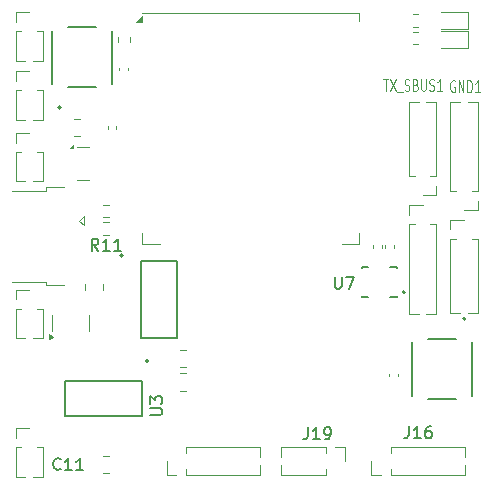
<source format=gbr>
%TF.GenerationSoftware,KiCad,Pcbnew,9.0.3*%
%TF.CreationDate,2025-08-28T21:38:12+08:00*%
%TF.ProjectId,ESP32_Board,45535033-325f-4426-9f61-72642e6b6963,rev?*%
%TF.SameCoordinates,Original*%
%TF.FileFunction,Legend,Top*%
%TF.FilePolarity,Positive*%
%FSLAX46Y46*%
G04 Gerber Fmt 4.6, Leading zero omitted, Abs format (unit mm)*
G04 Created by KiCad (PCBNEW 9.0.3) date 2025-08-28 21:38:12*
%MOMM*%
%LPD*%
G01*
G04 APERTURE LIST*
%ADD10C,0.150000*%
%ADD11C,0.100000*%
%ADD12C,0.127000*%
%ADD13C,0.200000*%
%ADD14C,0.120000*%
%ADD15C,0.203200*%
G04 APERTURE END LIST*
D10*
X100157142Y-87359580D02*
X100109523Y-87407200D01*
X100109523Y-87407200D02*
X99966666Y-87454819D01*
X99966666Y-87454819D02*
X99871428Y-87454819D01*
X99871428Y-87454819D02*
X99728571Y-87407200D01*
X99728571Y-87407200D02*
X99633333Y-87311961D01*
X99633333Y-87311961D02*
X99585714Y-87216723D01*
X99585714Y-87216723D02*
X99538095Y-87026247D01*
X99538095Y-87026247D02*
X99538095Y-86883390D01*
X99538095Y-86883390D02*
X99585714Y-86692914D01*
X99585714Y-86692914D02*
X99633333Y-86597676D01*
X99633333Y-86597676D02*
X99728571Y-86502438D01*
X99728571Y-86502438D02*
X99871428Y-86454819D01*
X99871428Y-86454819D02*
X99966666Y-86454819D01*
X99966666Y-86454819D02*
X100109523Y-86502438D01*
X100109523Y-86502438D02*
X100157142Y-86550057D01*
X101109523Y-87454819D02*
X100538095Y-87454819D01*
X100823809Y-87454819D02*
X100823809Y-86454819D01*
X100823809Y-86454819D02*
X100728571Y-86597676D01*
X100728571Y-86597676D02*
X100633333Y-86692914D01*
X100633333Y-86692914D02*
X100538095Y-86740533D01*
X102061904Y-87454819D02*
X101490476Y-87454819D01*
X101776190Y-87454819D02*
X101776190Y-86454819D01*
X101776190Y-86454819D02*
X101680952Y-86597676D01*
X101680952Y-86597676D02*
X101585714Y-86692914D01*
X101585714Y-86692914D02*
X101490476Y-86740533D01*
X121090476Y-83854819D02*
X121090476Y-84569104D01*
X121090476Y-84569104D02*
X121042857Y-84711961D01*
X121042857Y-84711961D02*
X120947619Y-84807200D01*
X120947619Y-84807200D02*
X120804762Y-84854819D01*
X120804762Y-84854819D02*
X120709524Y-84854819D01*
X122090476Y-84854819D02*
X121519048Y-84854819D01*
X121804762Y-84854819D02*
X121804762Y-83854819D01*
X121804762Y-83854819D02*
X121709524Y-83997676D01*
X121709524Y-83997676D02*
X121614286Y-84092914D01*
X121614286Y-84092914D02*
X121519048Y-84140533D01*
X122566667Y-84854819D02*
X122757143Y-84854819D01*
X122757143Y-84854819D02*
X122852381Y-84807200D01*
X122852381Y-84807200D02*
X122900000Y-84759580D01*
X122900000Y-84759580D02*
X122995238Y-84616723D01*
X122995238Y-84616723D02*
X123042857Y-84426247D01*
X123042857Y-84426247D02*
X123042857Y-84045295D01*
X123042857Y-84045295D02*
X122995238Y-83950057D01*
X122995238Y-83950057D02*
X122947619Y-83902438D01*
X122947619Y-83902438D02*
X122852381Y-83854819D01*
X122852381Y-83854819D02*
X122661905Y-83854819D01*
X122661905Y-83854819D02*
X122566667Y-83902438D01*
X122566667Y-83902438D02*
X122519048Y-83950057D01*
X122519048Y-83950057D02*
X122471429Y-84045295D01*
X122471429Y-84045295D02*
X122471429Y-84283390D01*
X122471429Y-84283390D02*
X122519048Y-84378628D01*
X122519048Y-84378628D02*
X122566667Y-84426247D01*
X122566667Y-84426247D02*
X122661905Y-84473866D01*
X122661905Y-84473866D02*
X122852381Y-84473866D01*
X122852381Y-84473866D02*
X122947619Y-84426247D01*
X122947619Y-84426247D02*
X122995238Y-84378628D01*
X122995238Y-84378628D02*
X123042857Y-84283390D01*
X103357142Y-68884819D02*
X103023809Y-68408628D01*
X102785714Y-68884819D02*
X102785714Y-67884819D01*
X102785714Y-67884819D02*
X103166666Y-67884819D01*
X103166666Y-67884819D02*
X103261904Y-67932438D01*
X103261904Y-67932438D02*
X103309523Y-67980057D01*
X103309523Y-67980057D02*
X103357142Y-68075295D01*
X103357142Y-68075295D02*
X103357142Y-68218152D01*
X103357142Y-68218152D02*
X103309523Y-68313390D01*
X103309523Y-68313390D02*
X103261904Y-68361009D01*
X103261904Y-68361009D02*
X103166666Y-68408628D01*
X103166666Y-68408628D02*
X102785714Y-68408628D01*
X104309523Y-68884819D02*
X103738095Y-68884819D01*
X104023809Y-68884819D02*
X104023809Y-67884819D01*
X104023809Y-67884819D02*
X103928571Y-68027676D01*
X103928571Y-68027676D02*
X103833333Y-68122914D01*
X103833333Y-68122914D02*
X103738095Y-68170533D01*
X105261904Y-68884819D02*
X104690476Y-68884819D01*
X104976190Y-68884819D02*
X104976190Y-67884819D01*
X104976190Y-67884819D02*
X104880952Y-68027676D01*
X104880952Y-68027676D02*
X104785714Y-68122914D01*
X104785714Y-68122914D02*
X104690476Y-68170533D01*
D11*
X133533333Y-54505038D02*
X133466666Y-54457419D01*
X133466666Y-54457419D02*
X133366666Y-54457419D01*
X133366666Y-54457419D02*
X133266666Y-54505038D01*
X133266666Y-54505038D02*
X133200000Y-54600276D01*
X133200000Y-54600276D02*
X133166666Y-54695514D01*
X133166666Y-54695514D02*
X133133333Y-54885990D01*
X133133333Y-54885990D02*
X133133333Y-55028847D01*
X133133333Y-55028847D02*
X133166666Y-55219323D01*
X133166666Y-55219323D02*
X133200000Y-55314561D01*
X133200000Y-55314561D02*
X133266666Y-55409800D01*
X133266666Y-55409800D02*
X133366666Y-55457419D01*
X133366666Y-55457419D02*
X133433333Y-55457419D01*
X133433333Y-55457419D02*
X133533333Y-55409800D01*
X133533333Y-55409800D02*
X133566666Y-55362180D01*
X133566666Y-55362180D02*
X133566666Y-55028847D01*
X133566666Y-55028847D02*
X133433333Y-55028847D01*
X133866666Y-55457419D02*
X133866666Y-54457419D01*
X133866666Y-54457419D02*
X134266666Y-55457419D01*
X134266666Y-55457419D02*
X134266666Y-54457419D01*
X134599999Y-55457419D02*
X134599999Y-54457419D01*
X134599999Y-54457419D02*
X134766666Y-54457419D01*
X134766666Y-54457419D02*
X134866666Y-54505038D01*
X134866666Y-54505038D02*
X134933333Y-54600276D01*
X134933333Y-54600276D02*
X134966666Y-54695514D01*
X134966666Y-54695514D02*
X134999999Y-54885990D01*
X134999999Y-54885990D02*
X134999999Y-55028847D01*
X134999999Y-55028847D02*
X134966666Y-55219323D01*
X134966666Y-55219323D02*
X134933333Y-55314561D01*
X134933333Y-55314561D02*
X134866666Y-55409800D01*
X134866666Y-55409800D02*
X134766666Y-55457419D01*
X134766666Y-55457419D02*
X134599999Y-55457419D01*
X135666666Y-55457419D02*
X135266666Y-55457419D01*
X135466666Y-55457419D02*
X135466666Y-54457419D01*
X135466666Y-54457419D02*
X135399999Y-54600276D01*
X135399999Y-54600276D02*
X135333333Y-54695514D01*
X135333333Y-54695514D02*
X135266666Y-54743133D01*
D10*
X123375595Y-71092319D02*
X123375595Y-71901842D01*
X123375595Y-71901842D02*
X123423214Y-71997080D01*
X123423214Y-71997080D02*
X123470833Y-72044700D01*
X123470833Y-72044700D02*
X123566071Y-72092319D01*
X123566071Y-72092319D02*
X123756547Y-72092319D01*
X123756547Y-72092319D02*
X123851785Y-72044700D01*
X123851785Y-72044700D02*
X123899404Y-71997080D01*
X123899404Y-71997080D02*
X123947023Y-71901842D01*
X123947023Y-71901842D02*
X123947023Y-71092319D01*
X124327976Y-71092319D02*
X124994642Y-71092319D01*
X124994642Y-71092319D02*
X124566071Y-72092319D01*
X129655476Y-83754819D02*
X129655476Y-84469104D01*
X129655476Y-84469104D02*
X129607857Y-84611961D01*
X129607857Y-84611961D02*
X129512619Y-84707200D01*
X129512619Y-84707200D02*
X129369762Y-84754819D01*
X129369762Y-84754819D02*
X129274524Y-84754819D01*
X130655476Y-84754819D02*
X130084048Y-84754819D01*
X130369762Y-84754819D02*
X130369762Y-83754819D01*
X130369762Y-83754819D02*
X130274524Y-83897676D01*
X130274524Y-83897676D02*
X130179286Y-83992914D01*
X130179286Y-83992914D02*
X130084048Y-84040533D01*
X131512619Y-83754819D02*
X131322143Y-83754819D01*
X131322143Y-83754819D02*
X131226905Y-83802438D01*
X131226905Y-83802438D02*
X131179286Y-83850057D01*
X131179286Y-83850057D02*
X131084048Y-83992914D01*
X131084048Y-83992914D02*
X131036429Y-84183390D01*
X131036429Y-84183390D02*
X131036429Y-84564342D01*
X131036429Y-84564342D02*
X131084048Y-84659580D01*
X131084048Y-84659580D02*
X131131667Y-84707200D01*
X131131667Y-84707200D02*
X131226905Y-84754819D01*
X131226905Y-84754819D02*
X131417381Y-84754819D01*
X131417381Y-84754819D02*
X131512619Y-84707200D01*
X131512619Y-84707200D02*
X131560238Y-84659580D01*
X131560238Y-84659580D02*
X131607857Y-84564342D01*
X131607857Y-84564342D02*
X131607857Y-84326247D01*
X131607857Y-84326247D02*
X131560238Y-84231009D01*
X131560238Y-84231009D02*
X131512619Y-84183390D01*
X131512619Y-84183390D02*
X131417381Y-84135771D01*
X131417381Y-84135771D02*
X131226905Y-84135771D01*
X131226905Y-84135771D02*
X131131667Y-84183390D01*
X131131667Y-84183390D02*
X131084048Y-84231009D01*
X131084048Y-84231009D02*
X131036429Y-84326247D01*
X107752495Y-82797564D02*
X108562401Y-82797564D01*
X108562401Y-82797564D02*
X108657684Y-82749922D01*
X108657684Y-82749922D02*
X108705326Y-82702281D01*
X108705326Y-82702281D02*
X108752967Y-82606998D01*
X108752967Y-82606998D02*
X108752967Y-82416432D01*
X108752967Y-82416432D02*
X108705326Y-82321149D01*
X108705326Y-82321149D02*
X108657684Y-82273507D01*
X108657684Y-82273507D02*
X108562401Y-82225866D01*
X108562401Y-82225866D02*
X107752495Y-82225866D01*
X107752495Y-81844733D02*
X107752495Y-81225393D01*
X107752495Y-81225393D02*
X108133627Y-81558884D01*
X108133627Y-81558884D02*
X108133627Y-81415959D01*
X108133627Y-81415959D02*
X108181269Y-81320676D01*
X108181269Y-81320676D02*
X108228910Y-81273035D01*
X108228910Y-81273035D02*
X108324193Y-81225393D01*
X108324193Y-81225393D02*
X108562401Y-81225393D01*
X108562401Y-81225393D02*
X108657684Y-81273035D01*
X108657684Y-81273035D02*
X108705326Y-81320676D01*
X108705326Y-81320676D02*
X108752967Y-81415959D01*
X108752967Y-81415959D02*
X108752967Y-81701808D01*
X108752967Y-81701808D02*
X108705326Y-81797091D01*
X108705326Y-81797091D02*
X108657684Y-81844733D01*
D11*
X127483333Y-54357419D02*
X127883333Y-54357419D01*
X127683333Y-55357419D02*
X127683333Y-54357419D01*
X128050000Y-54357419D02*
X128516666Y-55357419D01*
X128516666Y-54357419D02*
X128050000Y-55357419D01*
X128616667Y-55452657D02*
X129150000Y-55452657D01*
X129283333Y-55309800D02*
X129383333Y-55357419D01*
X129383333Y-55357419D02*
X129550000Y-55357419D01*
X129550000Y-55357419D02*
X129616666Y-55309800D01*
X129616666Y-55309800D02*
X129650000Y-55262180D01*
X129650000Y-55262180D02*
X129683333Y-55166942D01*
X129683333Y-55166942D02*
X129683333Y-55071704D01*
X129683333Y-55071704D02*
X129650000Y-54976466D01*
X129650000Y-54976466D02*
X129616666Y-54928847D01*
X129616666Y-54928847D02*
X129550000Y-54881228D01*
X129550000Y-54881228D02*
X129416666Y-54833609D01*
X129416666Y-54833609D02*
X129350000Y-54785990D01*
X129350000Y-54785990D02*
X129316666Y-54738371D01*
X129316666Y-54738371D02*
X129283333Y-54643133D01*
X129283333Y-54643133D02*
X129283333Y-54547895D01*
X129283333Y-54547895D02*
X129316666Y-54452657D01*
X129316666Y-54452657D02*
X129350000Y-54405038D01*
X129350000Y-54405038D02*
X129416666Y-54357419D01*
X129416666Y-54357419D02*
X129583333Y-54357419D01*
X129583333Y-54357419D02*
X129683333Y-54405038D01*
X130216667Y-54833609D02*
X130316667Y-54881228D01*
X130316667Y-54881228D02*
X130350000Y-54928847D01*
X130350000Y-54928847D02*
X130383333Y-55024085D01*
X130383333Y-55024085D02*
X130383333Y-55166942D01*
X130383333Y-55166942D02*
X130350000Y-55262180D01*
X130350000Y-55262180D02*
X130316667Y-55309800D01*
X130316667Y-55309800D02*
X130250000Y-55357419D01*
X130250000Y-55357419D02*
X129983333Y-55357419D01*
X129983333Y-55357419D02*
X129983333Y-54357419D01*
X129983333Y-54357419D02*
X130216667Y-54357419D01*
X130216667Y-54357419D02*
X130283333Y-54405038D01*
X130283333Y-54405038D02*
X130316667Y-54452657D01*
X130316667Y-54452657D02*
X130350000Y-54547895D01*
X130350000Y-54547895D02*
X130350000Y-54643133D01*
X130350000Y-54643133D02*
X130316667Y-54738371D01*
X130316667Y-54738371D02*
X130283333Y-54785990D01*
X130283333Y-54785990D02*
X130216667Y-54833609D01*
X130216667Y-54833609D02*
X129983333Y-54833609D01*
X130683333Y-54357419D02*
X130683333Y-55166942D01*
X130683333Y-55166942D02*
X130716667Y-55262180D01*
X130716667Y-55262180D02*
X130750000Y-55309800D01*
X130750000Y-55309800D02*
X130816667Y-55357419D01*
X130816667Y-55357419D02*
X130950000Y-55357419D01*
X130950000Y-55357419D02*
X131016667Y-55309800D01*
X131016667Y-55309800D02*
X131050000Y-55262180D01*
X131050000Y-55262180D02*
X131083333Y-55166942D01*
X131083333Y-55166942D02*
X131083333Y-54357419D01*
X131383333Y-55309800D02*
X131483333Y-55357419D01*
X131483333Y-55357419D02*
X131650000Y-55357419D01*
X131650000Y-55357419D02*
X131716666Y-55309800D01*
X131716666Y-55309800D02*
X131750000Y-55262180D01*
X131750000Y-55262180D02*
X131783333Y-55166942D01*
X131783333Y-55166942D02*
X131783333Y-55071704D01*
X131783333Y-55071704D02*
X131750000Y-54976466D01*
X131750000Y-54976466D02*
X131716666Y-54928847D01*
X131716666Y-54928847D02*
X131650000Y-54881228D01*
X131650000Y-54881228D02*
X131516666Y-54833609D01*
X131516666Y-54833609D02*
X131450000Y-54785990D01*
X131450000Y-54785990D02*
X131416666Y-54738371D01*
X131416666Y-54738371D02*
X131383333Y-54643133D01*
X131383333Y-54643133D02*
X131383333Y-54547895D01*
X131383333Y-54547895D02*
X131416666Y-54452657D01*
X131416666Y-54452657D02*
X131450000Y-54405038D01*
X131450000Y-54405038D02*
X131516666Y-54357419D01*
X131516666Y-54357419D02*
X131683333Y-54357419D01*
X131683333Y-54357419D02*
X131783333Y-54405038D01*
X132450000Y-55357419D02*
X132050000Y-55357419D01*
X132250000Y-55357419D02*
X132250000Y-54357419D01*
X132250000Y-54357419D02*
X132183333Y-54500276D01*
X132183333Y-54500276D02*
X132116667Y-54595514D01*
X132116667Y-54595514D02*
X132050000Y-54643133D01*
D12*
%TO.C,S2*%
X133630000Y-76350000D02*
X131270000Y-76350000D01*
X135000000Y-81150000D02*
X135000000Y-76650000D01*
X129900000Y-81150000D02*
X129900000Y-76650000D01*
X131270000Y-81450000D02*
X133630000Y-81450000D01*
D13*
X134425000Y-74650000D02*
G75*
G02*
X134225000Y-74650000I-100000J0D01*
G01*
X134225000Y-74650000D02*
G75*
G02*
X134425000Y-74650000I100000J0D01*
G01*
D12*
%TO.C,S1*%
X100770000Y-55062500D02*
X103130000Y-55062500D01*
X99400000Y-50262500D02*
X99400000Y-54762500D01*
X104500000Y-50262500D02*
X104500000Y-54762500D01*
X103130000Y-49962500D02*
X100770000Y-49962500D01*
D13*
X100175000Y-56762500D02*
G75*
G02*
X99975000Y-56762500I-100000J0D01*
G01*
X99975000Y-56762500D02*
G75*
G02*
X100175000Y-56762500I100000J0D01*
G01*
D14*
%TO.C,C23*%
X128360000Y-68412164D02*
X128360000Y-68627836D01*
X127640000Y-68412164D02*
X127640000Y-68627836D01*
%TO.C,C14*%
X104140000Y-58557836D02*
X104140000Y-58342164D01*
X104860000Y-58557836D02*
X104860000Y-58342164D01*
%TO.C,C13*%
X128710000Y-79292164D02*
X128710000Y-79507836D01*
X127990000Y-79292164D02*
X127990000Y-79507836D01*
%TO.C,C12*%
X105860000Y-53392164D02*
X105860000Y-53607836D01*
X105140000Y-53392164D02*
X105140000Y-53607836D01*
%TO.C,C9*%
X127335000Y-68412164D02*
X127335000Y-68627836D01*
X126615000Y-68412164D02*
X126615000Y-68627836D01*
%TO.C,J8*%
X96340000Y-58920000D02*
X97500000Y-58920000D01*
X96340000Y-59730000D02*
X96340000Y-58920000D01*
X96340000Y-60540000D02*
X96340000Y-63015000D01*
X96340000Y-60540000D02*
X96833292Y-60540000D01*
X96340000Y-63015000D02*
X97182077Y-63015000D01*
X97817923Y-63015000D02*
X98660000Y-63015000D01*
X98166708Y-60540000D02*
X98660000Y-60540000D01*
X98660000Y-60540000D02*
X98660000Y-63015000D01*
%TO.C,C11*%
X103738748Y-86265000D02*
X104261252Y-86265000D01*
X103738748Y-87735000D02*
X104261252Y-87735000D01*
%TO.C,C19*%
X102265000Y-72211252D02*
X102265000Y-71688748D01*
X103735000Y-72211252D02*
X103735000Y-71688748D01*
%TO.C,J7*%
X96340000Y-83920000D02*
X97500000Y-83920000D01*
X96340000Y-84730000D02*
X96340000Y-83920000D01*
X96340000Y-85540000D02*
X96340000Y-88015000D01*
X96340000Y-85540000D02*
X96833292Y-85540000D01*
X96340000Y-88015000D02*
X97182077Y-88015000D01*
X97817923Y-88015000D02*
X98660000Y-88015000D01*
X98166708Y-85540000D02*
X98660000Y-85540000D01*
X98660000Y-85540000D02*
X98660000Y-88015000D01*
%TO.C,R8*%
X130437258Y-50377500D02*
X129962742Y-50377500D01*
X130437258Y-51422500D02*
X129962742Y-51422500D01*
%TO.C,J11*%
X96340000Y-53690000D02*
X97500000Y-53690000D01*
X96340000Y-54500000D02*
X96340000Y-53690000D01*
X96340000Y-55310000D02*
X96340000Y-57785000D01*
X96340000Y-55310000D02*
X96833292Y-55310000D01*
X96340000Y-57785000D02*
X97182077Y-57785000D01*
X97817923Y-57785000D02*
X98660000Y-57785000D01*
X98166708Y-55310000D02*
X98660000Y-55310000D01*
X98660000Y-55310000D02*
X98660000Y-57785000D01*
%TO.C,J19*%
X118845000Y-85540000D02*
X118845000Y-86382077D01*
X118845000Y-87017923D02*
X118845000Y-87860000D01*
X122590000Y-85540000D02*
X118845000Y-85540000D01*
X122590000Y-85540000D02*
X122590000Y-86033292D01*
X122590000Y-87366708D02*
X122590000Y-87860000D01*
X122590000Y-87860000D02*
X118845000Y-87860000D01*
X123400000Y-85540000D02*
X124210000Y-85540000D01*
X124210000Y-85540000D02*
X124210000Y-86700000D01*
%TO.C,R11*%
X104237258Y-66477500D02*
X103762742Y-66477500D01*
X104237258Y-67522500D02*
X103762742Y-67522500D01*
%TO.C,U1*%
X107050000Y-48760000D02*
X125450000Y-48760000D01*
X107050000Y-67360000D02*
X107050000Y-68360000D01*
X107050000Y-68360000D02*
X108550000Y-68360000D01*
X125450000Y-48760000D02*
X125450000Y-49460000D01*
X125450000Y-68360000D02*
X123950000Y-68360000D01*
X125450000Y-68360000D02*
X125450000Y-67360000D01*
X107050000Y-49510000D02*
X106550000Y-49510000D01*
X107050000Y-49010000D01*
X107050000Y-49510000D01*
G36*
X107050000Y-49510000D02*
G01*
X106550000Y-49510000D01*
X107050000Y-49010000D01*
X107050000Y-49510000D01*
G37*
%TO.C,R10*%
X104237258Y-64977500D02*
X103762742Y-64977500D01*
X104237258Y-66022500D02*
X103762742Y-66022500D01*
%TO.C,J14*%
X129640000Y-62570000D02*
X129640000Y-56285000D01*
X130133292Y-62570000D02*
X129640000Y-62570000D01*
X130482077Y-56285000D02*
X129640000Y-56285000D01*
X131960000Y-56285000D02*
X131117923Y-56285000D01*
X131960000Y-62570000D02*
X131466708Y-62570000D01*
X131960000Y-62570000D02*
X131960000Y-56285000D01*
X131960000Y-63380000D02*
X131960000Y-64190000D01*
X131960000Y-64190000D02*
X130800000Y-64190000D01*
%TO.C,J13*%
X129640000Y-65030000D02*
X130800000Y-65030000D01*
X129640000Y-65840000D02*
X129640000Y-65030000D01*
X129640000Y-66650000D02*
X129640000Y-74205000D01*
X129640000Y-66650000D02*
X130133292Y-66650000D01*
X129640000Y-74205000D02*
X130482077Y-74205000D01*
X131117923Y-74205000D02*
X131960000Y-74205000D01*
X131466708Y-66650000D02*
X131960000Y-66650000D01*
X131960000Y-66650000D02*
X131960000Y-74205000D01*
%TO.C,U5*%
X102587500Y-60140000D02*
X101587500Y-60140000D01*
X102587500Y-62860000D02*
X101587500Y-62860000D01*
X101197500Y-60190000D02*
X100917500Y-60190000D01*
X101197500Y-59910000D01*
X101197500Y-60190000D01*
G36*
X101197500Y-60190000D02*
G01*
X100917500Y-60190000D01*
X101197500Y-59910000D01*
X101197500Y-60190000D01*
G37*
%TO.C,J6*%
X96080000Y-63800000D02*
X98880000Y-63800000D01*
X96080000Y-71500000D02*
X98880000Y-71500000D01*
X98880000Y-63500000D02*
X98880000Y-63800000D01*
X98880000Y-63500000D02*
X100430000Y-63500000D01*
X98880000Y-71500000D02*
X98880000Y-71800000D01*
X98880000Y-71800000D02*
X100430000Y-71800000D01*
X101680000Y-66350000D02*
X102130000Y-65950000D01*
X102130000Y-65950000D02*
X102130000Y-66750000D01*
X102130000Y-66750000D02*
X101680000Y-66350000D01*
%TO.C,J10*%
X96340000Y-48690000D02*
X97500000Y-48690000D01*
X96340000Y-49500000D02*
X96340000Y-48690000D01*
X96340000Y-50310000D02*
X96340000Y-52785000D01*
X96340000Y-50310000D02*
X96833292Y-50310000D01*
X96340000Y-52785000D02*
X97182077Y-52785000D01*
X97817923Y-52785000D02*
X98660000Y-52785000D01*
X98166708Y-50310000D02*
X98660000Y-50310000D01*
X98660000Y-50310000D02*
X98660000Y-52785000D01*
%TO.C,J12*%
X133140000Y-66260000D02*
X134300000Y-66260000D01*
X133140000Y-67070000D02*
X133140000Y-66260000D01*
X133140000Y-67880000D02*
X133140000Y-74165000D01*
X133140000Y-67880000D02*
X133633292Y-67880000D01*
X133140000Y-74165000D02*
X133982077Y-74165000D01*
X134617923Y-74165000D02*
X135460000Y-74165000D01*
X134966708Y-67880000D02*
X135460000Y-67880000D01*
X135460000Y-67880000D02*
X135460000Y-74165000D01*
%TO.C,C17*%
X110811252Y-77265000D02*
X110288748Y-77265000D01*
X110811252Y-78735000D02*
X110288748Y-78735000D01*
%TO.C,J15*%
X133140000Y-63840000D02*
X133140000Y-56285000D01*
X133633292Y-63840000D02*
X133140000Y-63840000D01*
X133982077Y-56285000D02*
X133140000Y-56285000D01*
X135460000Y-56285000D02*
X134617923Y-56285000D01*
X135460000Y-63840000D02*
X134966708Y-63840000D01*
X135460000Y-63840000D02*
X135460000Y-56285000D01*
X135460000Y-64650000D02*
X135460000Y-65460000D01*
X135460000Y-65460000D02*
X134300000Y-65460000D01*
D15*
%TO.C,ESP3V3*%
X107000000Y-69750000D02*
X110000000Y-69750000D01*
X107000000Y-76250000D02*
X107000000Y-69750000D01*
X110000000Y-69750000D02*
X110000000Y-76250000D01*
X110000000Y-76250000D02*
X107000000Y-76250000D01*
D12*
X105452000Y-69317000D02*
G75*
G02*
X105198000Y-69317000I-127000J0D01*
G01*
X105198000Y-69317000D02*
G75*
G02*
X105452000Y-69317000I127000J0D01*
G01*
%TO.C,U7*%
X125637500Y-70300000D02*
X125637500Y-70355000D01*
X125637500Y-70300000D02*
X126192500Y-70300000D01*
X125637500Y-72800000D02*
X125637500Y-72745000D01*
X126192500Y-72800000D02*
X125637500Y-72800000D01*
X128082500Y-70300000D02*
X128637500Y-70300000D01*
X128637500Y-70300000D02*
X128637500Y-70355000D01*
X128637500Y-72800000D02*
X128082500Y-72800000D01*
X128637500Y-72800000D02*
X128637500Y-72745000D01*
D13*
X129306500Y-72400000D02*
G75*
G02*
X129106500Y-72400000I-100000J0D01*
G01*
X129106500Y-72400000D02*
G75*
G02*
X129306500Y-72400000I100000J0D01*
G01*
D14*
%TO.C,C15*%
X101288748Y-57715000D02*
X101811252Y-57715000D01*
X101288748Y-59185000D02*
X101811252Y-59185000D01*
%TO.C,J9*%
X96340000Y-72190000D02*
X97500000Y-72190000D01*
X96340000Y-73000000D02*
X96340000Y-72190000D01*
X96340000Y-73810000D02*
X96340000Y-76285000D01*
X96340000Y-73810000D02*
X96833292Y-73810000D01*
X96340000Y-76285000D02*
X97182077Y-76285000D01*
X97817923Y-76285000D02*
X98660000Y-76285000D01*
X98166708Y-73810000D02*
X98660000Y-73810000D01*
X98660000Y-73810000D02*
X98660000Y-76285000D01*
%TO.C,D4*%
X132400000Y-51735000D02*
X134685000Y-51735000D01*
X134685000Y-50265000D02*
X132400000Y-50265000D01*
X134685000Y-51735000D02*
X134685000Y-50265000D01*
%TO.C,R12*%
X104977500Y-50762742D02*
X104977500Y-51237258D01*
X106022500Y-50762742D02*
X106022500Y-51237258D01*
%TO.C,D6*%
X99440000Y-75000000D02*
X99440000Y-74350000D01*
X99440000Y-75000000D02*
X99440000Y-75650000D01*
X102560000Y-75000000D02*
X102560000Y-74350000D01*
X102560000Y-75000000D02*
X102560000Y-75650000D01*
X99490000Y-76162500D02*
X99160000Y-76402500D01*
X99160000Y-75922500D01*
X99490000Y-76162500D01*
G36*
X99490000Y-76162500D02*
G01*
X99160000Y-76402500D01*
X99160000Y-75922500D01*
X99490000Y-76162500D01*
G37*
%TO.C,J16*%
X126480000Y-87860000D02*
X126480000Y-86700000D01*
X127290000Y-87860000D02*
X126480000Y-87860000D01*
X128100000Y-85540000D02*
X134385000Y-85540000D01*
X128100000Y-86033292D02*
X128100000Y-85540000D01*
X128100000Y-87860000D02*
X128100000Y-87366708D01*
X128100000Y-87860000D02*
X134385000Y-87860000D01*
X134385000Y-86382077D02*
X134385000Y-85540000D01*
X134385000Y-87860000D02*
X134385000Y-87017923D01*
%TO.C,R9*%
X130437258Y-48877500D02*
X129962742Y-48877500D01*
X130437258Y-49922500D02*
X129962742Y-49922500D01*
D15*
%TO.C,U3*%
X100550000Y-79900000D02*
X107050000Y-79900000D01*
X100550000Y-82900000D02*
X100550000Y-79900000D01*
X107050000Y-79900000D02*
X107050000Y-82900000D01*
X107050000Y-82900000D02*
X100550000Y-82900000D01*
D12*
X107610000Y-78225000D02*
G75*
G02*
X107356000Y-78225000I-127000J0D01*
G01*
X107356000Y-78225000D02*
G75*
G02*
X107610000Y-78225000I127000J0D01*
G01*
D14*
%TO.C,C20*%
X110238748Y-79265000D02*
X110761252Y-79265000D01*
X110238748Y-80735000D02*
X110761252Y-80735000D01*
%TO.C,D5*%
X132400000Y-50135000D02*
X134685000Y-50135000D01*
X134685000Y-48665000D02*
X132400000Y-48665000D01*
X134685000Y-50135000D02*
X134685000Y-48665000D01*
%TO.C,J17*%
X109140000Y-87860000D02*
X109140000Y-86700000D01*
X109950000Y-87860000D02*
X109140000Y-87860000D01*
X110760000Y-85540000D02*
X117045000Y-85540000D01*
X110760000Y-86033292D02*
X110760000Y-85540000D01*
X110760000Y-87860000D02*
X110760000Y-87366708D01*
X110760000Y-87860000D02*
X117045000Y-87860000D01*
X117045000Y-86382077D02*
X117045000Y-85540000D01*
X117045000Y-87860000D02*
X117045000Y-87017923D01*
%TD*%
M02*

</source>
